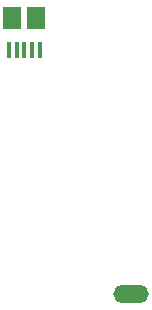
<source format=gbr>
G04 #@! TF.FileFunction,Paste,Bot*
%FSLAX46Y46*%
G04 Gerber Fmt 4.6, Leading zero omitted, Abs format (unit mm)*
G04 Created by KiCad (PCBNEW 4.0.4-stable) date 07/06/18 22:55:52*
%MOMM*%
%LPD*%
G01*
G04 APERTURE LIST*
%ADD10C,0.100000*%
%ADD11R,1.500000X1.900000*%
%ADD12R,0.400000X1.350000*%
%ADD13O,3.000000X1.500000*%
G04 APERTURE END LIST*
D10*
D11*
X136000000Y-67000000D03*
D12*
X134350000Y-69700000D03*
X133700000Y-69700000D03*
X136300000Y-69700000D03*
X135650000Y-69700000D03*
X135000000Y-69700000D03*
D11*
X134000000Y-67000000D03*
D13*
X144000000Y-90350000D03*
M02*

</source>
